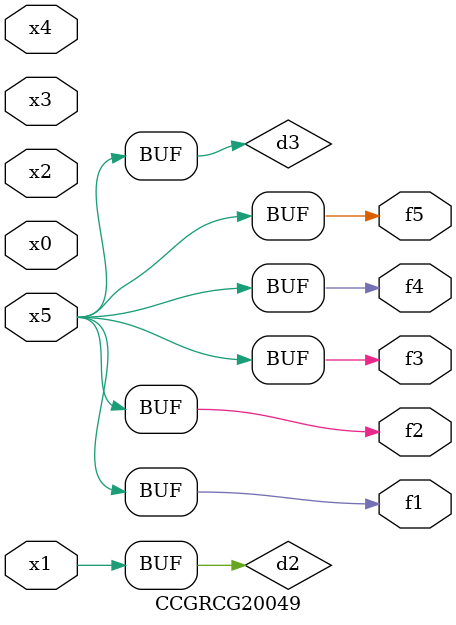
<source format=v>
module CCGRCG20049(
	input x0, x1, x2, x3, x4, x5,
	output f1, f2, f3, f4, f5
);

	wire d1, d2, d3;

	not (d1, x5);
	or (d2, x1);
	xnor (d3, d1);
	assign f1 = d3;
	assign f2 = d3;
	assign f3 = d3;
	assign f4 = d3;
	assign f5 = d3;
endmodule

</source>
